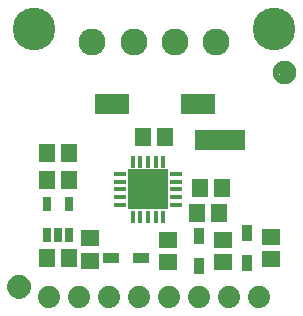
<source format=gbr>
G04 EAGLE Gerber RS-274X export*
G75*
%MOMM*%
%FSLAX34Y34*%
%LPD*%
%INSoldermask Top*%
%IPPOS*%
%AMOC8*
5,1,8,0,0,1.08239X$1,22.5*%
G01*
%ADD10R,0.451600X1.051600*%
%ADD11R,1.051600X0.451600*%
%ADD12R,3.351600X3.351600*%
%ADD13R,1.341600X1.601600*%
%ADD14C,2.286000*%
%ADD15R,4.200000X1.800000*%
%ADD16R,2.921000X1.651000*%
%ADD17C,1.101600*%
%ADD18C,0.500000*%
%ADD19R,0.651600X1.301600*%
%ADD20C,1.879600*%
%ADD21R,1.601600X1.341600*%
%ADD22R,0.901600X1.451600*%
%ADD23R,1.451600X0.901600*%
%ADD24C,3.617600*%


D10*
X108920Y94710D03*
X115420Y94710D03*
X121920Y94710D03*
X128420Y94710D03*
X134920Y94710D03*
D11*
X145320Y105110D03*
X145320Y111610D03*
X145320Y118110D03*
X145320Y124610D03*
X145320Y131110D03*
D10*
X134920Y141510D03*
X128420Y141510D03*
X121920Y141510D03*
X115420Y141510D03*
X108920Y141510D03*
D11*
X98520Y131110D03*
X98520Y124610D03*
X98520Y118110D03*
X98520Y111610D03*
X98520Y105110D03*
D12*
X121920Y118110D03*
D13*
X36220Y148590D03*
X55220Y148590D03*
X163220Y97790D03*
X182220Y97790D03*
X184760Y119380D03*
X165760Y119380D03*
X136500Y162560D03*
X117500Y162560D03*
D14*
X144560Y242570D03*
X179560Y242570D03*
X74710Y242570D03*
X109710Y242570D03*
D15*
X182880Y160020D03*
D16*
X163830Y190500D03*
X91440Y190500D03*
D17*
X237490Y217170D03*
D18*
X229990Y217170D02*
X229992Y216989D01*
X229999Y216808D01*
X230010Y216627D01*
X230025Y216446D01*
X230045Y216266D01*
X230069Y216086D01*
X230097Y215907D01*
X230130Y215729D01*
X230167Y215552D01*
X230208Y215375D01*
X230253Y215200D01*
X230303Y215025D01*
X230357Y214852D01*
X230415Y214681D01*
X230477Y214510D01*
X230544Y214342D01*
X230614Y214175D01*
X230688Y214009D01*
X230767Y213846D01*
X230849Y213685D01*
X230935Y213525D01*
X231025Y213368D01*
X231119Y213213D01*
X231216Y213060D01*
X231318Y212910D01*
X231422Y212762D01*
X231531Y212616D01*
X231642Y212474D01*
X231758Y212334D01*
X231876Y212197D01*
X231998Y212062D01*
X232123Y211931D01*
X232251Y211803D01*
X232382Y211678D01*
X232517Y211556D01*
X232654Y211438D01*
X232794Y211322D01*
X232936Y211211D01*
X233082Y211102D01*
X233230Y210998D01*
X233380Y210896D01*
X233533Y210799D01*
X233688Y210705D01*
X233845Y210615D01*
X234005Y210529D01*
X234166Y210447D01*
X234329Y210368D01*
X234495Y210294D01*
X234662Y210224D01*
X234830Y210157D01*
X235001Y210095D01*
X235172Y210037D01*
X235345Y209983D01*
X235520Y209933D01*
X235695Y209888D01*
X235872Y209847D01*
X236049Y209810D01*
X236227Y209777D01*
X236406Y209749D01*
X236586Y209725D01*
X236766Y209705D01*
X236947Y209690D01*
X237128Y209679D01*
X237309Y209672D01*
X237490Y209670D01*
X229990Y217170D02*
X229992Y217351D01*
X229999Y217532D01*
X230010Y217713D01*
X230025Y217894D01*
X230045Y218074D01*
X230069Y218254D01*
X230097Y218433D01*
X230130Y218611D01*
X230167Y218788D01*
X230208Y218965D01*
X230253Y219140D01*
X230303Y219315D01*
X230357Y219488D01*
X230415Y219659D01*
X230477Y219830D01*
X230544Y219998D01*
X230614Y220165D01*
X230688Y220331D01*
X230767Y220494D01*
X230849Y220655D01*
X230935Y220815D01*
X231025Y220972D01*
X231119Y221127D01*
X231216Y221280D01*
X231318Y221430D01*
X231422Y221578D01*
X231531Y221724D01*
X231642Y221866D01*
X231758Y222006D01*
X231876Y222143D01*
X231998Y222278D01*
X232123Y222409D01*
X232251Y222537D01*
X232382Y222662D01*
X232517Y222784D01*
X232654Y222902D01*
X232794Y223018D01*
X232936Y223129D01*
X233082Y223238D01*
X233230Y223342D01*
X233380Y223444D01*
X233533Y223541D01*
X233688Y223635D01*
X233845Y223725D01*
X234005Y223811D01*
X234166Y223893D01*
X234329Y223972D01*
X234495Y224046D01*
X234662Y224116D01*
X234830Y224183D01*
X235001Y224245D01*
X235172Y224303D01*
X235345Y224357D01*
X235520Y224407D01*
X235695Y224452D01*
X235872Y224493D01*
X236049Y224530D01*
X236227Y224563D01*
X236406Y224591D01*
X236586Y224615D01*
X236766Y224635D01*
X236947Y224650D01*
X237128Y224661D01*
X237309Y224668D01*
X237490Y224670D01*
X237671Y224668D01*
X237852Y224661D01*
X238033Y224650D01*
X238214Y224635D01*
X238394Y224615D01*
X238574Y224591D01*
X238753Y224563D01*
X238931Y224530D01*
X239108Y224493D01*
X239285Y224452D01*
X239460Y224407D01*
X239635Y224357D01*
X239808Y224303D01*
X239979Y224245D01*
X240150Y224183D01*
X240318Y224116D01*
X240485Y224046D01*
X240651Y223972D01*
X240814Y223893D01*
X240975Y223811D01*
X241135Y223725D01*
X241292Y223635D01*
X241447Y223541D01*
X241600Y223444D01*
X241750Y223342D01*
X241898Y223238D01*
X242044Y223129D01*
X242186Y223018D01*
X242326Y222902D01*
X242463Y222784D01*
X242598Y222662D01*
X242729Y222537D01*
X242857Y222409D01*
X242982Y222278D01*
X243104Y222143D01*
X243222Y222006D01*
X243338Y221866D01*
X243449Y221724D01*
X243558Y221578D01*
X243662Y221430D01*
X243764Y221280D01*
X243861Y221127D01*
X243955Y220972D01*
X244045Y220815D01*
X244131Y220655D01*
X244213Y220494D01*
X244292Y220331D01*
X244366Y220165D01*
X244436Y219998D01*
X244503Y219830D01*
X244565Y219659D01*
X244623Y219488D01*
X244677Y219315D01*
X244727Y219140D01*
X244772Y218965D01*
X244813Y218788D01*
X244850Y218611D01*
X244883Y218433D01*
X244911Y218254D01*
X244935Y218074D01*
X244955Y217894D01*
X244970Y217713D01*
X244981Y217532D01*
X244988Y217351D01*
X244990Y217170D01*
X244988Y216989D01*
X244981Y216808D01*
X244970Y216627D01*
X244955Y216446D01*
X244935Y216266D01*
X244911Y216086D01*
X244883Y215907D01*
X244850Y215729D01*
X244813Y215552D01*
X244772Y215375D01*
X244727Y215200D01*
X244677Y215025D01*
X244623Y214852D01*
X244565Y214681D01*
X244503Y214510D01*
X244436Y214342D01*
X244366Y214175D01*
X244292Y214009D01*
X244213Y213846D01*
X244131Y213685D01*
X244045Y213525D01*
X243955Y213368D01*
X243861Y213213D01*
X243764Y213060D01*
X243662Y212910D01*
X243558Y212762D01*
X243449Y212616D01*
X243338Y212474D01*
X243222Y212334D01*
X243104Y212197D01*
X242982Y212062D01*
X242857Y211931D01*
X242729Y211803D01*
X242598Y211678D01*
X242463Y211556D01*
X242326Y211438D01*
X242186Y211322D01*
X242044Y211211D01*
X241898Y211102D01*
X241750Y210998D01*
X241600Y210896D01*
X241447Y210799D01*
X241292Y210705D01*
X241135Y210615D01*
X240975Y210529D01*
X240814Y210447D01*
X240651Y210368D01*
X240485Y210294D01*
X240318Y210224D01*
X240150Y210157D01*
X239979Y210095D01*
X239808Y210037D01*
X239635Y209983D01*
X239460Y209933D01*
X239285Y209888D01*
X239108Y209847D01*
X238931Y209810D01*
X238753Y209777D01*
X238574Y209749D01*
X238394Y209725D01*
X238214Y209705D01*
X238033Y209690D01*
X237852Y209679D01*
X237671Y209672D01*
X237490Y209670D01*
D17*
X12700Y35560D03*
D18*
X5200Y35560D02*
X5202Y35379D01*
X5209Y35198D01*
X5220Y35017D01*
X5235Y34836D01*
X5255Y34656D01*
X5279Y34476D01*
X5307Y34297D01*
X5340Y34119D01*
X5377Y33942D01*
X5418Y33765D01*
X5463Y33590D01*
X5513Y33415D01*
X5567Y33242D01*
X5625Y33071D01*
X5687Y32900D01*
X5754Y32732D01*
X5824Y32565D01*
X5898Y32399D01*
X5977Y32236D01*
X6059Y32075D01*
X6145Y31915D01*
X6235Y31758D01*
X6329Y31603D01*
X6426Y31450D01*
X6528Y31300D01*
X6632Y31152D01*
X6741Y31006D01*
X6852Y30864D01*
X6968Y30724D01*
X7086Y30587D01*
X7208Y30452D01*
X7333Y30321D01*
X7461Y30193D01*
X7592Y30068D01*
X7727Y29946D01*
X7864Y29828D01*
X8004Y29712D01*
X8146Y29601D01*
X8292Y29492D01*
X8440Y29388D01*
X8590Y29286D01*
X8743Y29189D01*
X8898Y29095D01*
X9055Y29005D01*
X9215Y28919D01*
X9376Y28837D01*
X9539Y28758D01*
X9705Y28684D01*
X9872Y28614D01*
X10040Y28547D01*
X10211Y28485D01*
X10382Y28427D01*
X10555Y28373D01*
X10730Y28323D01*
X10905Y28278D01*
X11082Y28237D01*
X11259Y28200D01*
X11437Y28167D01*
X11616Y28139D01*
X11796Y28115D01*
X11976Y28095D01*
X12157Y28080D01*
X12338Y28069D01*
X12519Y28062D01*
X12700Y28060D01*
X5200Y35560D02*
X5202Y35741D01*
X5209Y35922D01*
X5220Y36103D01*
X5235Y36284D01*
X5255Y36464D01*
X5279Y36644D01*
X5307Y36823D01*
X5340Y37001D01*
X5377Y37178D01*
X5418Y37355D01*
X5463Y37530D01*
X5513Y37705D01*
X5567Y37878D01*
X5625Y38049D01*
X5687Y38220D01*
X5754Y38388D01*
X5824Y38555D01*
X5898Y38721D01*
X5977Y38884D01*
X6059Y39045D01*
X6145Y39205D01*
X6235Y39362D01*
X6329Y39517D01*
X6426Y39670D01*
X6528Y39820D01*
X6632Y39968D01*
X6741Y40114D01*
X6852Y40256D01*
X6968Y40396D01*
X7086Y40533D01*
X7208Y40668D01*
X7333Y40799D01*
X7461Y40927D01*
X7592Y41052D01*
X7727Y41174D01*
X7864Y41292D01*
X8004Y41408D01*
X8146Y41519D01*
X8292Y41628D01*
X8440Y41732D01*
X8590Y41834D01*
X8743Y41931D01*
X8898Y42025D01*
X9055Y42115D01*
X9215Y42201D01*
X9376Y42283D01*
X9539Y42362D01*
X9705Y42436D01*
X9872Y42506D01*
X10040Y42573D01*
X10211Y42635D01*
X10382Y42693D01*
X10555Y42747D01*
X10730Y42797D01*
X10905Y42842D01*
X11082Y42883D01*
X11259Y42920D01*
X11437Y42953D01*
X11616Y42981D01*
X11796Y43005D01*
X11976Y43025D01*
X12157Y43040D01*
X12338Y43051D01*
X12519Y43058D01*
X12700Y43060D01*
X12881Y43058D01*
X13062Y43051D01*
X13243Y43040D01*
X13424Y43025D01*
X13604Y43005D01*
X13784Y42981D01*
X13963Y42953D01*
X14141Y42920D01*
X14318Y42883D01*
X14495Y42842D01*
X14670Y42797D01*
X14845Y42747D01*
X15018Y42693D01*
X15189Y42635D01*
X15360Y42573D01*
X15528Y42506D01*
X15695Y42436D01*
X15861Y42362D01*
X16024Y42283D01*
X16185Y42201D01*
X16345Y42115D01*
X16502Y42025D01*
X16657Y41931D01*
X16810Y41834D01*
X16960Y41732D01*
X17108Y41628D01*
X17254Y41519D01*
X17396Y41408D01*
X17536Y41292D01*
X17673Y41174D01*
X17808Y41052D01*
X17939Y40927D01*
X18067Y40799D01*
X18192Y40668D01*
X18314Y40533D01*
X18432Y40396D01*
X18548Y40256D01*
X18659Y40114D01*
X18768Y39968D01*
X18872Y39820D01*
X18974Y39670D01*
X19071Y39517D01*
X19165Y39362D01*
X19255Y39205D01*
X19341Y39045D01*
X19423Y38884D01*
X19502Y38721D01*
X19576Y38555D01*
X19646Y38388D01*
X19713Y38220D01*
X19775Y38049D01*
X19833Y37878D01*
X19887Y37705D01*
X19937Y37530D01*
X19982Y37355D01*
X20023Y37178D01*
X20060Y37001D01*
X20093Y36823D01*
X20121Y36644D01*
X20145Y36464D01*
X20165Y36284D01*
X20180Y36103D01*
X20191Y35922D01*
X20198Y35741D01*
X20200Y35560D01*
X20198Y35379D01*
X20191Y35198D01*
X20180Y35017D01*
X20165Y34836D01*
X20145Y34656D01*
X20121Y34476D01*
X20093Y34297D01*
X20060Y34119D01*
X20023Y33942D01*
X19982Y33765D01*
X19937Y33590D01*
X19887Y33415D01*
X19833Y33242D01*
X19775Y33071D01*
X19713Y32900D01*
X19646Y32732D01*
X19576Y32565D01*
X19502Y32399D01*
X19423Y32236D01*
X19341Y32075D01*
X19255Y31915D01*
X19165Y31758D01*
X19071Y31603D01*
X18974Y31450D01*
X18872Y31300D01*
X18768Y31152D01*
X18659Y31006D01*
X18548Y30864D01*
X18432Y30724D01*
X18314Y30587D01*
X18192Y30452D01*
X18067Y30321D01*
X17939Y30193D01*
X17808Y30068D01*
X17673Y29946D01*
X17536Y29828D01*
X17396Y29712D01*
X17254Y29601D01*
X17108Y29492D01*
X16960Y29388D01*
X16810Y29286D01*
X16657Y29189D01*
X16502Y29095D01*
X16345Y29005D01*
X16185Y28919D01*
X16024Y28837D01*
X15861Y28758D01*
X15695Y28684D01*
X15528Y28614D01*
X15360Y28547D01*
X15189Y28485D01*
X15018Y28427D01*
X14845Y28373D01*
X14670Y28323D01*
X14495Y28278D01*
X14318Y28237D01*
X14141Y28200D01*
X13963Y28167D01*
X13784Y28139D01*
X13604Y28115D01*
X13424Y28095D01*
X13243Y28080D01*
X13062Y28069D01*
X12881Y28062D01*
X12700Y28060D01*
D19*
X36220Y79709D03*
X45720Y79709D03*
X55220Y79709D03*
X55220Y105711D03*
X36220Y105711D03*
D13*
X36220Y59690D03*
X55220Y59690D03*
X36220Y125730D03*
X55220Y125730D03*
D20*
X38100Y26670D03*
X63500Y26670D03*
X88900Y26670D03*
X114300Y26670D03*
X139700Y26670D03*
X165100Y26670D03*
X190500Y26670D03*
X215900Y26670D03*
D21*
X185420Y75540D03*
X185420Y56540D03*
X226060Y78080D03*
X226060Y59080D03*
X72390Y76810D03*
X72390Y57810D03*
D22*
X165100Y53340D03*
X165100Y78740D03*
D23*
X115570Y59690D03*
X90170Y59690D03*
D22*
X205740Y55880D03*
X205740Y81280D03*
D24*
X25400Y254000D03*
X228600Y254000D03*
D21*
X138430Y75540D03*
X138430Y56540D03*
M02*

</source>
